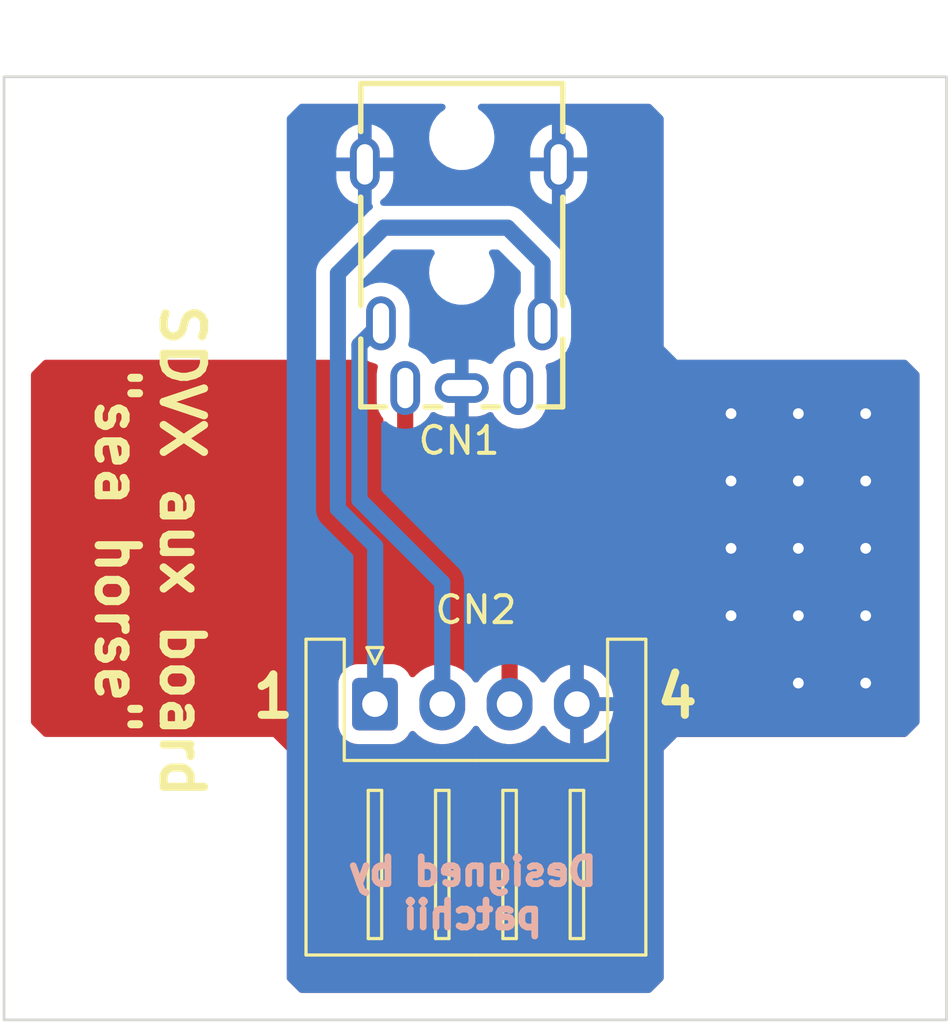
<source format=kicad_pcb>
(kicad_pcb (version 20211014) (generator pcbnew)
  (layers (0 "F.Cu" signal) (31 "B.Cu" signal) (34 "B.Paste" user) (35 "F.Paste" user) (36 "B.SilkS" user "B.Silkscreen") (37 "F.SilkS" user "F.Silkscreen") (38 "B.Mask" user) (39 "F.Mask" user) (44 "Edge.Cuts" user))
  (net 0 "")
  (net 1 "/R")
  (net 2 "/SENS")
  (net 3 "/GND")
  (net 4 "/L")
  (footprint "MountingHole:MountingHole_3.5mm" (layer "F.Cu") (at 147.5 68.65 180)
    (fp_text reference "H3" hide)
    (fp_text value "MountingHole")
    (pad "" np_thru_hole circle (at 0 0 180) (size 3.5 3.5) (drill 3.5) (layers *.Cu *.Mask))
  )
  (footprint "MountingHole:MountingHole_3.5mm" (layer "F.Cu") (at 122.5 93.65 180)
    (fp_text reference "H2" hide)
    (fp_text value "MountingHole")
    (pad "" np_thru_hole circle (at 0 0 180) (size 3.5 3.5) (drill 3.5) (layers *.Cu *.Mask))
  )
  (footprint "SDVX-aux-board:PJ-3910-7A" (layer "F.Cu") (at 134.5 71.1 -90)
    (fp_text reference "CN1" (at 6 0.1 unlocked) (layer "F.SilkS"))
    (fp_text value "AudioJack4_SwitchTR1")
    (fp_line (start 4.75 0.793) (end 4.75 1.36) (layer "F.SilkS") (width 0.2))
    (fp_line (start 2.2312 -3.75) (end 4.75 -3.75) (layer "F.SilkS") (width 0.2))
    (fp_line (start 4.75 2.84) (end 4.75 3.75) (layer "F.SilkS") (width 0.2))
    (fp_line (start -7.25 -3.75) (end -5.467 -3.75) (layer "F.SilkS") (width 0.2))
    (fp_line (start 4.75 -0.793) (end 4.75 -1.36) (layer "F.SilkS") (width 0.2))
    (fp_line (start -3.033 -3.75) (end 0.988 -3.75) (layer "F.SilkS") (width 0.2))
    (fp_line (start -3.033 3.75) (end 0.988 3.75) (layer "F.SilkS") (width 0.2))
    (fp_line (start -7.25 3.75) (end -5.467 3.75) (layer "F.SilkS") (width 0.2))
    (fp_line (start 4.75 -2.84) (end 4.75 -3.75) (layer "F.SilkS") (width 0.2))
    (fp_line (start -7.25 -3.75) (end -7.25 3.75) (layer "F.SilkS") (width 0.2))
    (fp_line (start 2.2312 3.75) (end 4.75 3.75) (layer "F.SilkS") (width 0.2))
    (pad "" np_thru_hole circle (at -0.25 0 270) (size 1.4 1.4) (drill 1.4) (layers F&B.Cu))
    (pad "" np_thru_hole circle (at -5.25 0 270) (size 1.4 1.4) (drill 1.4) (layers F&B.Cu))
    (pad "R1" thru_hole oval (at 1.65 3 270) (size 2 1.1) (drill oval 1.5 0.6) (layers *.Cu *.Mask) (net 1 "/R"))
    (pad "R1N" thru_hole oval (at 4.05 2.1 270) (size 2 1.1) (drill oval 1.5 0.6) (layers *.Cu *.Mask) (net 2 "/SENS"))
    (pad "R2" thru_hole oval (at -4.25 3.6 270) (size 2 1.1) (drill oval 1.5 0.6) (layers *.Cu *.Mask) (net 3 "/GND"))
    (pad "R2" thru_hole oval (at -4.25 -3.6 270) (size 2 1.1) (drill oval 1.5 0.6) (layers *.Cu *.Mask) (net 3 "/GND"))
    (pad "S" thru_hole oval (at 4.05 0) (size 2 1.1) (drill oval 1.5 0.6) (layers *.Cu *.Mask) (net 3 "/GND"))
    (pad "T" thru_hole oval (at 1.65 -3 270) (size 2 1.1) (drill oval 1.5 0.6) (layers *.Cu *.Mask) (net 4 "/L"))
    (pad "TN" thru_hole oval (at 4.05 -2.1 270) (size 2 1.1) (drill oval 1.5 0.6) (layers *.Cu *.Mask))
  )
  (footprint "MountingHole:MountingHole_3.5mm" (layer "F.Cu") (at 122.5 68.65 180)
    (fp_text reference "H4" hide)
    (fp_text value "MountingHole")
    (pad "" np_thru_hole circle (at 0 0 180) (size 3.5 3.5) (drill 3.5) (layers *.Cu *.Mask))
  )
  (footprint "MountingHole:MountingHole_3.5mm" (layer "F.Cu") (at 147.5 93.65 180)
    (fp_text reference "H1" hide)
    (fp_text value "MountingHole")
    (pad "" np_thru_hole circle (at 0 0 180) (size 3.5 3.5) (drill 3.5) (layers *.Cu *.Mask))
  )
  (footprint "Connector_JST:JST_XH_S4B-XH-A_1x04_P2.50mm_Horizontal" (layer "F.Cu") (at 131.276 86.882)
    (fp_text reference "CN2" (at 3.75 -3.5 unlocked) (layer "F.SilkS"))
    (fp_text value "Conn_01x04")
    (fp_line (start -0.25 8.7) (end 0.25 8.7) (layer "F.SilkS") (width 0.12))
    (fp_line (start 0.3 -2.1) (end 0 -1.5) (layer "F.SilkS") (width 0.12))
    (fp_line (start 2.25 3.2) (end 2.25 8.7) (layer "F.SilkS") (width 0.12))
    (fp_line (start 3.75 9.31) (end -2.56 9.31) (layer "F.SilkS") (width 0.12))
    (fp_line (start 5.25 8.7) (end 5.25 3.2) (layer "F.SilkS") (width 0.12))
    (fp_line (start 2.25 8.7) (end 2.75 8.7) (layer "F.SilkS") (width 0.12))
    (fp_line (start 7.75 3.2) (end 7.25 3.2) (layer "F.SilkS") (width 0.12))
    (fp_line (start 7.75 8.7) (end 7.75 3.2) (layer "F.SilkS") (width 0.12))
    (fp_line (start 4.75 3.2) (end 4.75 8.7) (layer "F.SilkS") (width 0.12))
    (fp_line (start -1.14 -2.41) (end -1.14 2.09) (layer "F.SilkS") (width 0.12))
    (fp_line (start 2.75 8.7) (end 2.75 3.2) (layer "F.SilkS") (width 0.12))
    (fp_line (start 0.25 8.7) (end 0.25 3.2) (layer "F.SilkS") (width 0.12))
    (fp_line (start 10.06 9.31) (end 10.06 -2.41) (layer "F.SilkS") (width 0.12))
    (fp_line (start 5.25 3.2) (end 4.75 3.2) (layer "F.SilkS") (width 0.12))
    (fp_line (start 8.64 -2.41) (end 8.64 2.09) (layer "F.SilkS") (width 0.12))
    (fp_line (start -2.56 9.31) (end -2.56 -2.41) (layer "F.SilkS") (width 0.12))
    (fp_line (start 4.75 8.7) (end 5.25 8.7) (layer "F.SilkS") (width 0.12))
    (fp_line (start -2.56 -2.41) (end -1.14 -2.41) (layer "F.SilkS") (width 0.12))
    (fp_line (start -0.3 -2.1) (end 0.3 -2.1) (layer "F.SilkS") (width 0.12))
    (fp_line (start -0.25 3.2) (end -0.25 8.7) (layer "F.SilkS") (width 0.12))
    (fp_line (start 0.25 3.2) (end -0.25 3.2) (layer "F.SilkS") (width 0.12))
    (fp_line (start 0 -1.5) (end -0.3 -2.1) (layer "F.SilkS") (width 0.12))
    (fp_line (start 7.25 3.2) (end 7.25 8.7) (layer "F.SilkS") (width 0.12))
    (fp_line (start 7.25 8.7) (end 7.75 8.7) (layer "F.SilkS") (width 0.12))
    (fp_line (start 10.06 -2.41) (end 8.64 -2.41) (layer "F.SilkS") (width 0.12))
    (fp_line (start 3.75 9.31) (end 10.06 9.31) (layer "F.SilkS") (width 0.12))
    (fp_line (start 2.75 3.2) (end 2.25 3.2) (layer "F.SilkS") (width 0.12))
    (fp_line (start 8.64 2.09) (end 3.75 2.09) (layer "F.SilkS") (width 0.12))
    (fp_line (start -1.14 2.09) (end 3.75 2.09) (layer "F.SilkS") (width 0.12))
    (pad "1" thru_hole roundrect (at 0 0) (size 1.7 1.95) (drill 0.95) (layers *.Cu *.Mask) (roundrect_rratio 0.1470588235) (net 4 "/L"))
    (pad "2" thru_hole oval (at 2.5 0) (size 1.7 1.95) (drill 0.95) (layers *.Cu *.Mask) (net 1 "/R"))
    (pad "3" thru_hole oval (at 5 0) (size 1.7 1.95) (drill 0.95) (layers *.Cu *.Mask) (net 2 "/SENS"))
    (pad "4" thru_hole oval (at 7.5 0) (size 1.7 1.95) (drill 0.95) (layers *.Cu *.Mask) (net 3 "/GND"))
  )
  (gr_rect (start 152.5 98.6) (end 117.5 63.6) (layer "Edge.Cuts") (width 0.1) (fill none))
  (gr_text "Designed by\npatchii" (at 134.9 93.9) (layer "B.SilkS") (effects (font (size 1 1) (thickness 0.25)) (justify mirror)))
  (gr_text "1" (at 127.5 86.6) (layer "F.SilkS") (effects (font (size 1.5 1.5) (thickness 0.3))))
  (gr_text "SDVX aux board\n{dblquote}sea horse{dblquote}" (at 122.9 81.2 270) (layer "F.SilkS") (effects (font (size 1.5 1.5) (thickness 0.3))))
  (gr_text "4" (at 142.5 86.6) (layer "F.SilkS") (effects (font (size 1.5 1.5) (thickness 0.3))))
  (segment (start 133.776 86.882) (end 133.776 82.376) (width 0.6) (layer "B.Cu") (net 1))
  (segment (start 130.7 79.3) (end 130.7 73.55) (width 0.6) (layer "B.Cu") (net 1))
  (segment (start 130.7 73.55) (end 131.5 72.75) (width 0.6) (layer "B.Cu") (net 1))
  (segment (start 133.776 82.376) (end 130.7 79.3) (width 0.6) (layer "B.Cu") (net 1))
  (segment (start 132.4 78) (end 136.276 81.876) (width 0.6) (layer "F.Cu") (net 2))
  (segment (start 132.4 75.15) (end 132.4 78) (width 0.6) (layer "F.Cu") (net 2))
  (segment (start 136.276 81.876) (end 136.276 86.882) (width 0.6) (layer "F.Cu") (net 2))
  (via (at 149.5 78.6) (size 0.8) (drill 0.4) (layers "F.Cu" "B.Cu") (net 3))
  (via (at 144.5 83.6) (size 0.8) (drill 0.4) (layers "F.Cu" "B.Cu") (net 3))
  (via (at 149.5 81.1) (size 0.8) (drill 0.4) (layers "F.Cu" "B.Cu") (net 3))
  (via (at 147 83.6) (size 0.8) (drill 0.4) (layers "F.Cu" "B.Cu") (net 3))
  (via (at 147 86.1) (size 0.8) (drill 0.4) (layers "F.Cu" "B.Cu") (net 3))
  (via (at 149.5 76.1) (size 0.8) (drill 0.4) (layers "F.Cu" "B.Cu") (net 3))
  (via (at 144.5 76.1) (size 0.8) (drill 0.4) (layers "F.Cu" "B.Cu") (net 3))
  (via (at 149.5 86.1) (size 0.8) (drill 0.4) (layers "F.Cu" "B.Cu") (net 3))
  (via (at 144.5 78.6) (size 0.8) (drill 0.4) (layers "F.Cu" "B.Cu") (net 3))
  (via (at 144.5 81.1) (size 0.8) (drill 0.4) (layers "F.Cu" "B.Cu") (net 3))
  (via (at 147 78.6) (size 0.8) (drill 0.4) (layers "F.Cu" "B.Cu") (net 3))
  (via (at 149.5 83.6) (size 0.8) (drill 0.4) (layers "F.Cu" "B.Cu") (net 3))
  (via (at 147 76.1) (size 0.8) (drill 0.4) (layers "F.Cu" "B.Cu") (net 3))
  (via (at 147 81.1) (size 0.8) (drill 0.4) (layers "F.Cu" "B.Cu") (net 3))
  (segment (start 129.9 70.9) (end 129.9 79.63137) (width 0.6) (layer "B.Cu") (net 4))
  (segment (start 137.5 72.75) (end 137.5 70.5) (width 0.6) (layer "B.Cu") (net 4))
  (segment (start 136.2 69.2) (end 131.6 69.2) (width 0.6) (layer "B.Cu") (net 4))
  (segment (start 131.6 69.2) (end 129.9 70.9) (width 0.6) (layer "B.Cu") (net 4))
  (segment (start 131.284315 81.015685) (end 131.284315 86.873685) (width 0.6) (layer "B.Cu") (net 4))
  (segment (start 129.9 79.63137) (end 131.284315 81.015685) (width 0.6) (layer "B.Cu") (net 4))
  (segment (start 137.5 70.5) (end 136.2 69.2) (width 0.6) (layer "B.Cu") (net 4))
  (segment (start 131.284315 86.873685) (end 131.276 86.882) (width 0.6) (layer "B.Cu") (net 4))
  (zone (net 3) (net_name "/GND") (layer "F.Cu") (connect_pads (clearance 0.508)) (min_thickness 0.254) (fill yes (thermal_gap 0.508) (thermal_bridge_width 0.508))
    (polygon (pts (xy 128 97.1) (xy 128 88.6) (xy 127.5 88.1) (xy 119 88.1) (xy 118.5 87.6) (xy 118.5 74.6) (xy 119 74.1) (xy 151 74.1) (xy 151.5 74.6) (xy 151.5 87.6) (xy 151 88.1) (xy 142.5 88.1) (xy 142 88.6) (xy 142 97.1) (xy 141.5 97.6) (xy 128.5 97.6)))
  )
  (zone (net 3) (net_name "/GND") (layer "B.Cu") (connect_pads (clearance 0.508)) (min_thickness 0.254) (fill yes (thermal_gap 0.508) (thermal_bridge_width 0.508))
    (polygon (pts (xy 151 74.1) (xy 142.5 74.1) (xy 142 73.6) (xy 142 65.1) (xy 141.5 64.6) (xy 128.5 64.6) (xy 128 65.1) (xy 128 97.1) (xy 128.5 97.6) (xy 141.5 97.6) (xy 142 97.1) (xy 142 88.6) (xy 142.5 88.1) (xy 151 88.1) (xy 151.5 87.6) (xy 151.5 74.6)))
  )
)
</source>
